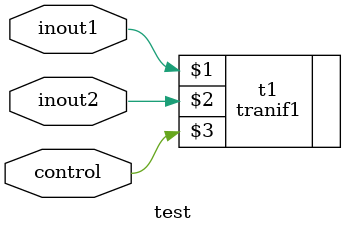
<source format=v>
/*
 * Copyright 2018 ISP RAS (http://www.ispras.ru)
 *
 * Licensed under the Apache License, Version 2.0 (the "License");
 * you may not use this file except in compliance with the License.
 * You may obtain a copy of the License at
 *
 *     http://www.apache.org/licenses/LICENSE-2.0
 *
 * Unless required by applicable law or agreed to in writing, software
 * distributed under the License is distributed on an "AS IS" BASIS,
 * WITHOUT WARRANTIES OR CONDITIONS OF ANY KIND, either express or implied.
 * See the License for the specific language governing permissions and
 * limitations under the License.
 */

// IEEE Std 1364-2005
//   7. Gate- and switch-level modeling
//     7.6 Bidirectional pass switches
//       The following example declares an instance of tranif1. The bidirectional terminals are
//       inout1 and inout2. The control input is control. The instance name is t1.

module test(control, inout1, inout2);
  input control;
  inout inout1, inout2;
  tranif1 t1 (inout1,inout2,control);
endmodule

</source>
